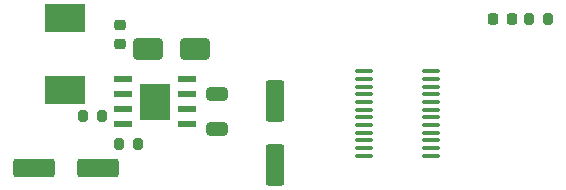
<source format=gbr>
%TF.GenerationSoftware,KiCad,Pcbnew,8.0.3*%
%TF.CreationDate,2024-06-27T20:35:16-04:00*%
%TF.ProjectId,backplane,6261636b-706c-4616-9e65-2e6b69636164,v0.0.0*%
%TF.SameCoordinates,Original*%
%TF.FileFunction,Paste,Top*%
%TF.FilePolarity,Positive*%
%FSLAX46Y46*%
G04 Gerber Fmt 4.6, Leading zero omitted, Abs format (unit mm)*
G04 Created by KiCad (PCBNEW 8.0.3) date 2024-06-27 20:35:16*
%MOMM*%
%LPD*%
G01*
G04 APERTURE LIST*
G04 Aperture macros list*
%AMRoundRect*
0 Rectangle with rounded corners*
0 $1 Rounding radius*
0 $2 $3 $4 $5 $6 $7 $8 $9 X,Y pos of 4 corners*
0 Add a 4 corners polygon primitive as box body*
4,1,4,$2,$3,$4,$5,$6,$7,$8,$9,$2,$3,0*
0 Add four circle primitives for the rounded corners*
1,1,$1+$1,$2,$3*
1,1,$1+$1,$4,$5*
1,1,$1+$1,$6,$7*
1,1,$1+$1,$8,$9*
0 Add four rect primitives between the rounded corners*
20,1,$1+$1,$2,$3,$4,$5,0*
20,1,$1+$1,$4,$5,$6,$7,0*
20,1,$1+$1,$6,$7,$8,$9,0*
20,1,$1+$1,$8,$9,$2,$3,0*%
G04 Aperture macros list end*
%ADD10R,3.500000X2.350000*%
%ADD11RoundRect,0.250000X1.000000X0.650000X-1.000000X0.650000X-1.000000X-0.650000X1.000000X-0.650000X0*%
%ADD12RoundRect,0.250000X-1.500000X-0.550000X1.500000X-0.550000X1.500000X0.550000X-1.500000X0.550000X0*%
%ADD13RoundRect,0.225000X0.250000X-0.225000X0.250000X0.225000X-0.250000X0.225000X-0.250000X-0.225000X0*%
%ADD14RoundRect,0.200000X-0.200000X-0.275000X0.200000X-0.275000X0.200000X0.275000X-0.200000X0.275000X0*%
%ADD15RoundRect,0.218750X-0.218750X-0.256250X0.218750X-0.256250X0.218750X0.256250X-0.218750X0.256250X0*%
%ADD16RoundRect,0.100000X0.637500X0.100000X-0.637500X0.100000X-0.637500X-0.100000X0.637500X-0.100000X0*%
%ADD17RoundRect,0.250000X-0.550000X1.500000X-0.550000X-1.500000X0.550000X-1.500000X0.550000X1.500000X0*%
%ADD18RoundRect,0.200000X0.200000X0.275000X-0.200000X0.275000X-0.200000X-0.275000X0.200000X-0.275000X0*%
%ADD19R,1.550000X0.600000*%
%ADD20R,2.600000X3.100000*%
%ADD21RoundRect,0.250000X-0.650000X0.325000X-0.650000X-0.325000X0.650000X-0.325000X0.650000X0.325000X0*%
G04 APERTURE END LIST*
D10*
%TO.C,L1*%
X5495000Y-2726471D03*
X5495000Y-8776471D03*
%TD*%
D11*
%TO.C,D2*%
X16465000Y-5280000D03*
X12465000Y-5280000D03*
%TD*%
D12*
%TO.C,C4*%
X2865000Y-15400000D03*
X8265000Y-15400000D03*
%TD*%
D13*
%TO.C,C3*%
X10095000Y-4881471D03*
X10095000Y-3331471D03*
%TD*%
D14*
%TO.C,R3*%
X10020000Y-13406471D03*
X11670000Y-13406471D03*
%TD*%
D15*
%TO.C,D1*%
X41742500Y-2750000D03*
X43317500Y-2750000D03*
%TD*%
D16*
%TO.C,U1*%
X36485000Y-14365000D03*
X36485000Y-13715000D03*
X36485000Y-13065000D03*
X36485000Y-12415000D03*
X36485000Y-11765000D03*
X36485000Y-11115000D03*
X36485000Y-10465000D03*
X36485000Y-9815000D03*
X36485000Y-9165000D03*
X36485000Y-8515000D03*
X36485000Y-7865000D03*
X36485000Y-7215000D03*
X30760000Y-7215000D03*
X30760000Y-7865000D03*
X30760000Y-8515000D03*
X30760000Y-9165000D03*
X30760000Y-9815000D03*
X30760000Y-10465000D03*
X30760000Y-11115000D03*
X30760000Y-11765000D03*
X30760000Y-12415000D03*
X30760000Y-13065000D03*
X30760000Y-13715000D03*
X30760000Y-14365000D03*
%TD*%
D17*
%TO.C,C1*%
X23225000Y-9726471D03*
X23225000Y-15126471D03*
%TD*%
D18*
%TO.C,R1*%
X46405000Y-2770000D03*
X44755000Y-2770000D03*
%TD*%
D19*
%TO.C,U2*%
X10415000Y-7891471D03*
X10415000Y-9161471D03*
X10415000Y-10431471D03*
X10415000Y-11701471D03*
X15815000Y-11701471D03*
X15815000Y-10431471D03*
X15815000Y-9161471D03*
X15815000Y-7891471D03*
D20*
X13115000Y-9796471D03*
%TD*%
D14*
%TO.C,R2*%
X6970000Y-11000000D03*
X8620000Y-11000000D03*
%TD*%
D21*
%TO.C,C2*%
X18335000Y-9131471D03*
X18335000Y-12081471D03*
%TD*%
M02*

</source>
